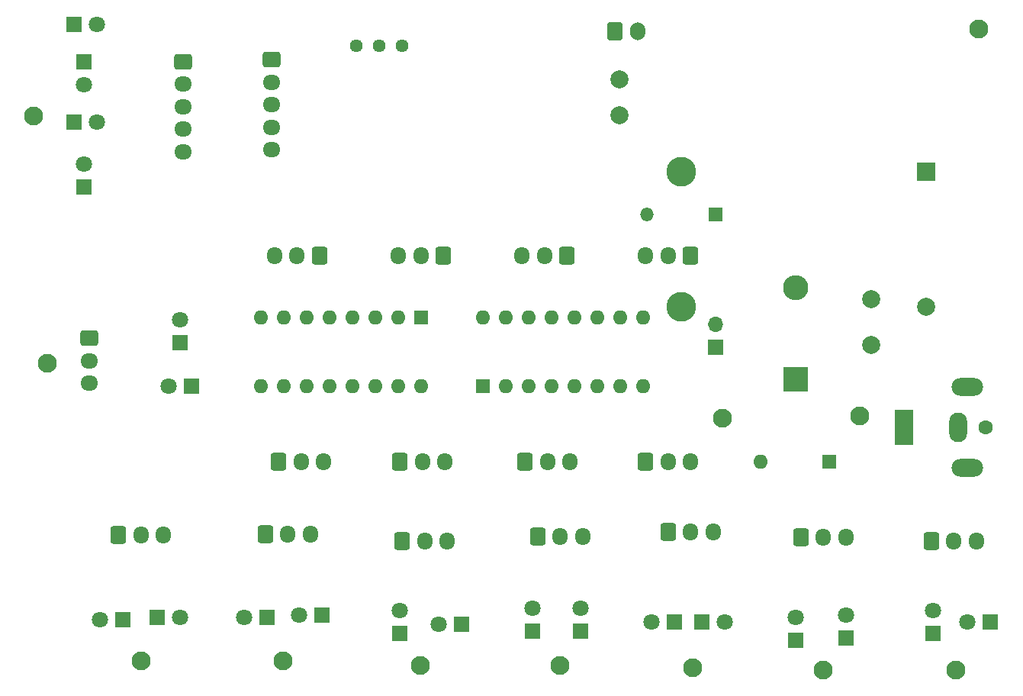
<source format=gbr>
%TF.GenerationSoftware,KiCad,Pcbnew,(5.99.0-11498-g1a301d8eea)*%
%TF.CreationDate,2021-09-07T15:50:55+03:00*%
%TF.ProjectId,f,662e6b69-6361-4645-9f70-636258585858,rev?*%
%TF.SameCoordinates,Original*%
%TF.FileFunction,Soldermask,Bot*%
%TF.FilePolarity,Negative*%
%FSLAX46Y46*%
G04 Gerber Fmt 4.6, Leading zero omitted, Abs format (unit mm)*
G04 Created by KiCad (PCBNEW (5.99.0-11498-g1a301d8eea)) date 2021-09-07 15:50:55*
%MOMM*%
%LPD*%
G01*
G04 APERTURE LIST*
G04 Aperture macros list*
%AMRoundRect*
0 Rectangle with rounded corners*
0 $1 Rounding radius*
0 $2 $3 $4 $5 $6 $7 $8 $9 X,Y pos of 4 corners*
0 Add a 4 corners polygon primitive as box body*
4,1,4,$2,$3,$4,$5,$6,$7,$8,$9,$2,$3,0*
0 Add four circle primitives for the rounded corners*
1,1,$1+$1,$2,$3*
1,1,$1+$1,$4,$5*
1,1,$1+$1,$6,$7*
1,1,$1+$1,$8,$9*
0 Add four rect primitives between the rounded corners*
20,1,$1+$1,$2,$3,$4,$5,0*
20,1,$1+$1,$4,$5,$6,$7,0*
20,1,$1+$1,$6,$7,$8,$9,0*
20,1,$1+$1,$8,$9,$2,$3,0*%
G04 Aperture macros list end*
%ADD10C,2.100000*%
%ADD11RoundRect,0.250000X-0.600000X-0.725000X0.600000X-0.725000X0.600000X0.725000X-0.600000X0.725000X0*%
%ADD12O,1.700000X1.950000*%
%ADD13RoundRect,0.250000X-0.725000X0.600000X-0.725000X-0.600000X0.725000X-0.600000X0.725000X0.600000X0*%
%ADD14O,1.950000X1.700000*%
%ADD15RoundRect,0.250000X0.600000X0.725000X-0.600000X0.725000X-0.600000X-0.725000X0.600000X-0.725000X0*%
%ADD16R,1.800000X1.800000*%
%ADD17C,1.800000*%
%ADD18R,2.800000X2.800000*%
%ADD19O,2.800000X2.800000*%
%ADD20C,1.440000*%
%ADD21R,1.600000X1.600000*%
%ADD22O,1.600000X1.600000*%
%ADD23C,1.600000*%
%ADD24R,2.000000X4.000000*%
%ADD25O,2.000000X3.300000*%
%ADD26O,3.500000X2.000000*%
%ADD27R,1.500000X1.500000*%
%ADD28O,1.500000X1.500000*%
%ADD29RoundRect,0.250000X-0.600000X-0.750000X0.600000X-0.750000X0.600000X0.750000X-0.600000X0.750000X0*%
%ADD30O,1.700000X2.000000*%
%ADD31C,2.000000*%
%ADD32R,1.700000X1.700000*%
%ADD33O,1.700000X1.700000*%
%ADD34C,3.300000*%
%ADD35R,2.000000X2.000000*%
G04 APERTURE END LIST*
D10*
%TO.C,H*%
X202692000Y-111506000D03*
%TD*%
D11*
%TO.C,Beak*%
X156718000Y-88660000D03*
D12*
X159218000Y-88660000D03*
X161718000Y-88660000D03*
%TD*%
D11*
%TO.C,F3*%
X197438000Y-88660000D03*
D12*
X199938000Y-88660000D03*
X202438000Y-88660000D03*
%TD*%
D13*
%TO.C,Bdy*%
X155956000Y-44062000D03*
D14*
X155956000Y-46562000D03*
X155956000Y-49062000D03*
X155956000Y-51562000D03*
X155956000Y-54062000D03*
%TD*%
D10*
%TO.C,H*%
X221234000Y-83566000D03*
%TD*%
%TO.C,H*%
X205994000Y-83820000D03*
%TD*%
D15*
%TO.C,F4*%
X202438000Y-65786000D03*
D12*
X199938000Y-65786000D03*
X197438000Y-65786000D03*
%TD*%
D16*
%TO.C,D12*%
X235712000Y-106426000D03*
D17*
X233172000Y-106426000D03*
%TD*%
D16*
%TO.C,D9*%
X177043000Y-106680000D03*
D17*
X174503000Y-106680000D03*
%TD*%
D16*
%TO.C,D19*%
X184912000Y-107447000D03*
D17*
X184912000Y-104907000D03*
%TD*%
D11*
%TO.C,Beak*%
X138938000Y-96774000D03*
D12*
X141438000Y-96774000D03*
X143938000Y-96774000D03*
%TD*%
D18*
%TO.C,D25*%
X214122000Y-79502000D03*
D19*
X214122000Y-69342000D03*
%TD*%
D20*
%TO.C,P_Changer*%
X170424000Y-42477000D03*
X167884000Y-42477000D03*
X165344000Y-42477000D03*
%TD*%
D16*
%TO.C,D14*%
X139446000Y-106172000D03*
D17*
X136906000Y-106172000D03*
%TD*%
D10*
%TO.C,H*%
X131064000Y-77724000D03*
%TD*%
D11*
%TO.C,F2*%
X185460000Y-96982000D03*
D12*
X187960000Y-96982000D03*
X190460000Y-96982000D03*
%TD*%
D13*
%TO.C,N2*%
X135691000Y-74965000D03*
D14*
X135691000Y-77465000D03*
X135691000Y-79965000D03*
%TD*%
D10*
%TO.C,H*%
X129540000Y-50292000D03*
%TD*%
D21*
%TO.C,12V SW*%
X217795600Y-88660000D03*
D22*
X210175600Y-88660000D03*
%TD*%
D23*
%TO.C,J2*%
X235148000Y-84836000D03*
D24*
X226148000Y-84836000D03*
D25*
X232148000Y-84836000D03*
D26*
X233148000Y-89336000D03*
X233148000Y-80336000D03*
%TD*%
D10*
%TO.C,H*%
X157226000Y-110744000D03*
%TD*%
D11*
%TO.C,F3*%
X199938000Y-96474000D03*
D12*
X202438000Y-96474000D03*
X204938000Y-96474000D03*
%TD*%
D27*
%TO.C,D3*%
X205237000Y-61214000D03*
D28*
X197617000Y-61214000D03*
%TD*%
D10*
%TO.C,H*%
X234442000Y-40640000D03*
%TD*%
D29*
%TO.C,Temp Sesnor *%
X194056000Y-40877000D03*
D30*
X196556000Y-40877000D03*
%TD*%
D16*
%TO.C,D13*%
X143251000Y-105918000D03*
D17*
X145791000Y-105918000D03*
%TD*%
D13*
%TO.C,Bdy*%
X146096000Y-44276000D03*
D14*
X146096000Y-46776000D03*
X146096000Y-49276000D03*
X146096000Y-51776000D03*
X146096000Y-54276000D03*
%TD*%
D11*
%TO.C,F2*%
X184050800Y-88660000D03*
D12*
X186550800Y-88660000D03*
X189050800Y-88660000D03*
%TD*%
D16*
%TO.C,D7*%
X203708000Y-106426000D03*
D17*
X206248000Y-106426000D03*
%TD*%
D31*
%TO.C,F1*%
X222494000Y-75692000D03*
X222504000Y-70612000D03*
%TD*%
D15*
%TO.C,N2*%
X161256000Y-65786000D03*
D12*
X158756000Y-65786000D03*
X156256000Y-65786000D03*
%TD*%
D10*
%TO.C,H*%
X231902000Y-111760000D03*
%TD*%
D16*
%TO.C,D21*%
X214122000Y-108463000D03*
D17*
X214122000Y-105923000D03*
%TD*%
D10*
%TO.C,H*%
X141478000Y-110744000D03*
%TD*%
D11*
%TO.C,N1*%
X229148000Y-97444000D03*
D12*
X231648000Y-97444000D03*
X234148000Y-97444000D03*
%TD*%
D16*
%TO.C,D22*%
X135128000Y-44275154D03*
D17*
X135128000Y-46815154D03*
%TD*%
D10*
%TO.C,H*%
X217170000Y-111760000D03*
%TD*%
%TO.C,H*%
X172466000Y-111252000D03*
%TD*%
D11*
%TO.C,BN*%
X155244000Y-96682000D03*
D12*
X157744000Y-96682000D03*
X160244000Y-96682000D03*
%TD*%
D16*
%TO.C,D18*%
X170180000Y-107701000D03*
D17*
X170180000Y-105161000D03*
%TD*%
D16*
%TO.C,D17*%
X155448000Y-105918000D03*
D17*
X152908000Y-105918000D03*
%TD*%
D11*
%TO.C,N1*%
X170153400Y-88660000D03*
D12*
X172653400Y-88660000D03*
X175153400Y-88660000D03*
%TD*%
D31*
%TO.C,L1*%
X194564000Y-46228000D03*
X194564000Y-50228000D03*
%TD*%
D16*
%TO.C,D20*%
X200660000Y-106426000D03*
D17*
X198120000Y-106426000D03*
%TD*%
D16*
%TO.C,D23*%
X134028000Y-40132000D03*
D17*
X136568000Y-40132000D03*
%TD*%
D16*
%TO.C,D5*%
X134028000Y-50968308D03*
D17*
X136568000Y-50968308D03*
%TD*%
D15*
%TO.C,F1*%
X188710666Y-65786000D03*
D12*
X186210666Y-65786000D03*
X183710666Y-65786000D03*
%TD*%
D16*
%TO.C,D6*%
X219710000Y-108204000D03*
D17*
X219710000Y-105664000D03*
%TD*%
D16*
%TO.C,D10*%
X161549000Y-105664000D03*
D17*
X159009000Y-105664000D03*
%TD*%
D15*
%TO.C,BN*%
X174983333Y-65786000D03*
D12*
X172483333Y-65786000D03*
X169983333Y-65786000D03*
%TD*%
D21*
%TO.C,U5*%
X179339000Y-80254000D03*
D22*
X181879000Y-80254000D03*
X184419000Y-80254000D03*
X186959000Y-80254000D03*
X189499000Y-80254000D03*
X192039000Y-80254000D03*
X194579000Y-80254000D03*
X197119000Y-80254000D03*
X197119000Y-72634000D03*
X194579000Y-72634000D03*
X192039000Y-72634000D03*
X189499000Y-72634000D03*
X186959000Y-72634000D03*
X184419000Y-72634000D03*
X181879000Y-72634000D03*
X179339000Y-72634000D03*
%TD*%
D16*
%TO.C,D15*%
X229362000Y-107701000D03*
D17*
X229362000Y-105161000D03*
%TD*%
D16*
%TO.C,D4*%
X135128000Y-58166000D03*
D17*
X135128000Y-55626000D03*
%TD*%
D16*
%TO.C,D8*%
X190246000Y-107447000D03*
D17*
X190246000Y-104907000D03*
%TD*%
D10*
%TO.C,H*%
X187960000Y-111252000D03*
%TD*%
D11*
%TO.C,F4*%
X214670000Y-97028000D03*
D12*
X217170000Y-97028000D03*
X219670000Y-97028000D03*
%TD*%
D16*
%TO.C,D16*%
X145796000Y-75443000D03*
D17*
X145796000Y-72903000D03*
%TD*%
D32*
%TO.C,Alt power*%
X205232000Y-75946000D03*
D33*
X205232000Y-73406000D03*
%TD*%
D21*
%TO.C,U4*%
X172556000Y-72654000D03*
D22*
X170016000Y-72654000D03*
X167476000Y-72654000D03*
X164936000Y-72654000D03*
X162396000Y-72654000D03*
X159856000Y-72654000D03*
X157316000Y-72654000D03*
X154776000Y-72654000D03*
X154776000Y-80274000D03*
X157316000Y-80274000D03*
X159856000Y-80274000D03*
X162396000Y-80274000D03*
X164936000Y-80274000D03*
X167476000Y-80274000D03*
X170016000Y-80274000D03*
X172556000Y-80274000D03*
%TD*%
D11*
%TO.C,F1*%
X170434000Y-97444000D03*
D12*
X172934000Y-97444000D03*
X175434000Y-97444000D03*
%TD*%
D16*
%TO.C,D11*%
X147071000Y-80264000D03*
D17*
X144531000Y-80264000D03*
%TD*%
D34*
%TO.C,BT1*%
X201422000Y-56513000D03*
X201422000Y-71503000D03*
D35*
X228587000Y-56513000D03*
D31*
X228587000Y-71503000D03*
%TD*%
M02*

</source>
